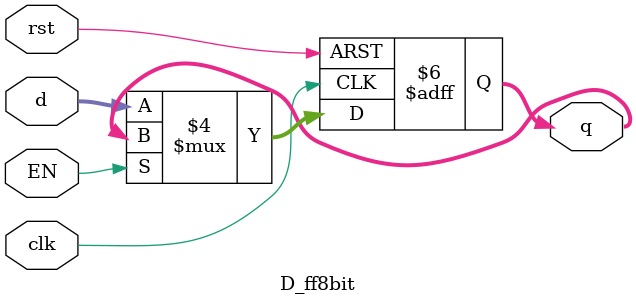
<source format=sv>
module D_ff8bit (
	input logic clk,EN,rst,
	input logic [7:0] d,
	output logic [7:0] q);

always_ff @(negedge rst or posedge clk) begin 
if (!rst) 
  	q <= 0;
 else	if (!EN)
	q <= d;
end 
endmodule 
</source>
